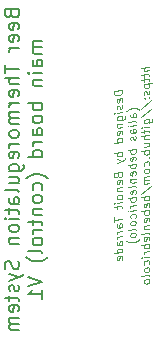
<source format=gbr>
%TF.GenerationSoftware,KiCad,Pcbnew,5.1.10*%
%TF.CreationDate,2021-09-10T11:26:47+02:00*%
%TF.ProjectId,PeltierSwitchingMainBoard_control,50656c74-6965-4725-9377-69746368696e,rev?*%
%TF.SameCoordinates,Original*%
%TF.FileFunction,Legend,Bot*%
%TF.FilePolarity,Positive*%
%FSLAX46Y46*%
G04 Gerber Fmt 4.6, Leading zero omitted, Abs format (unit mm)*
G04 Created by KiCad (PCBNEW 5.1.10) date 2021-09-10 11:26:47*
%MOMM*%
%LPD*%
G01*
G04 APERTURE LIST*
%ADD10C,0.100000*%
%ADD11C,0.170000*%
G04 APERTURE END LIST*
D10*
X78922666Y-52199750D02*
X78222666Y-52287250D01*
X78222666Y-52453916D01*
X78256000Y-52549750D01*
X78322666Y-52608083D01*
X78389333Y-52633083D01*
X78522666Y-52649750D01*
X78622666Y-52637250D01*
X78756000Y-52587250D01*
X78822666Y-52545583D01*
X78889333Y-52470583D01*
X78922666Y-52366416D01*
X78922666Y-52199750D01*
X78889333Y-53170583D02*
X78922666Y-53099750D01*
X78922666Y-52966416D01*
X78889333Y-52903916D01*
X78822666Y-52878916D01*
X78556000Y-52912250D01*
X78489333Y-52953916D01*
X78456000Y-53024750D01*
X78456000Y-53158083D01*
X78489333Y-53220583D01*
X78556000Y-53245583D01*
X78622666Y-53237250D01*
X78689333Y-52895583D01*
X78889333Y-53470583D02*
X78922666Y-53533083D01*
X78922666Y-53666416D01*
X78889333Y-53737250D01*
X78822666Y-53778916D01*
X78789333Y-53783083D01*
X78722666Y-53758083D01*
X78689333Y-53695583D01*
X78689333Y-53595583D01*
X78656000Y-53533083D01*
X78589333Y-53508083D01*
X78556000Y-53512250D01*
X78489333Y-53553916D01*
X78456000Y-53624750D01*
X78456000Y-53724750D01*
X78489333Y-53787250D01*
X78922666Y-54066416D02*
X78456000Y-54124750D01*
X78222666Y-54153916D02*
X78256000Y-54116416D01*
X78289333Y-54145583D01*
X78256000Y-54183083D01*
X78222666Y-54153916D01*
X78289333Y-54145583D01*
X78456000Y-54758083D02*
X79022666Y-54687250D01*
X79089333Y-54645583D01*
X79122666Y-54608083D01*
X79156000Y-54537250D01*
X79156000Y-54437250D01*
X79122666Y-54374750D01*
X78889333Y-54703916D02*
X78922666Y-54633083D01*
X78922666Y-54499750D01*
X78889333Y-54437250D01*
X78856000Y-54408083D01*
X78789333Y-54383083D01*
X78589333Y-54408083D01*
X78522666Y-54449750D01*
X78489333Y-54487250D01*
X78456000Y-54558083D01*
X78456000Y-54691416D01*
X78489333Y-54753916D01*
X78456000Y-55091416D02*
X78922666Y-55033083D01*
X78522666Y-55083083D02*
X78489333Y-55120583D01*
X78456000Y-55191416D01*
X78456000Y-55291416D01*
X78489333Y-55353916D01*
X78556000Y-55378916D01*
X78922666Y-55333083D01*
X78889333Y-55937250D02*
X78922666Y-55866416D01*
X78922666Y-55733083D01*
X78889333Y-55670583D01*
X78822666Y-55645583D01*
X78556000Y-55678916D01*
X78489333Y-55720583D01*
X78456000Y-55791416D01*
X78456000Y-55924750D01*
X78489333Y-55987250D01*
X78556000Y-56012250D01*
X78622666Y-56003916D01*
X78689333Y-55662250D01*
X78922666Y-56566416D02*
X78222666Y-56653916D01*
X78889333Y-56570583D02*
X78922666Y-56499750D01*
X78922666Y-56366416D01*
X78889333Y-56303916D01*
X78856000Y-56274750D01*
X78789333Y-56249750D01*
X78589333Y-56274750D01*
X78522666Y-56316416D01*
X78489333Y-56353916D01*
X78456000Y-56424750D01*
X78456000Y-56558083D01*
X78489333Y-56620583D01*
X78922666Y-57433083D02*
X78222666Y-57520583D01*
X78489333Y-57487250D02*
X78456000Y-57558083D01*
X78456000Y-57691416D01*
X78489333Y-57753916D01*
X78522666Y-57783083D01*
X78589333Y-57808083D01*
X78789333Y-57783083D01*
X78856000Y-57741416D01*
X78889333Y-57703916D01*
X78922666Y-57633083D01*
X78922666Y-57499750D01*
X78889333Y-57437250D01*
X78456000Y-58058083D02*
X78922666Y-58166416D01*
X78456000Y-58391416D02*
X78922666Y-58166416D01*
X79089333Y-58078916D01*
X79122666Y-58041416D01*
X79156000Y-57970583D01*
X78556000Y-59412250D02*
X78589333Y-59508083D01*
X78622666Y-59537250D01*
X78689333Y-59562250D01*
X78789333Y-59549750D01*
X78856000Y-59508083D01*
X78889333Y-59470583D01*
X78922666Y-59399750D01*
X78922666Y-59133083D01*
X78222666Y-59220583D01*
X78222666Y-59453916D01*
X78256000Y-59516416D01*
X78289333Y-59545583D01*
X78356000Y-59570583D01*
X78422666Y-59562250D01*
X78489333Y-59520583D01*
X78522666Y-59483083D01*
X78556000Y-59412250D01*
X78556000Y-59178916D01*
X78889333Y-60103916D02*
X78922666Y-60033083D01*
X78922666Y-59899750D01*
X78889333Y-59837250D01*
X78822666Y-59812250D01*
X78556000Y-59845583D01*
X78489333Y-59887250D01*
X78456000Y-59958083D01*
X78456000Y-60091416D01*
X78489333Y-60153916D01*
X78556000Y-60178916D01*
X78622666Y-60170583D01*
X78689333Y-59828916D01*
X78456000Y-60491416D02*
X78922666Y-60433083D01*
X78522666Y-60483083D02*
X78489333Y-60520583D01*
X78456000Y-60591416D01*
X78456000Y-60691416D01*
X78489333Y-60753916D01*
X78556000Y-60778916D01*
X78922666Y-60733083D01*
X78922666Y-61166416D02*
X78889333Y-61103916D01*
X78856000Y-61074750D01*
X78789333Y-61049750D01*
X78589333Y-61074750D01*
X78522666Y-61116416D01*
X78489333Y-61153916D01*
X78456000Y-61224750D01*
X78456000Y-61324750D01*
X78489333Y-61387250D01*
X78522666Y-61416416D01*
X78589333Y-61441416D01*
X78789333Y-61416416D01*
X78856000Y-61374750D01*
X78889333Y-61337250D01*
X78922666Y-61266416D01*
X78922666Y-61166416D01*
X78922666Y-61699750D02*
X78456000Y-61758083D01*
X78222666Y-61787250D02*
X78256000Y-61749750D01*
X78289333Y-61778916D01*
X78256000Y-61816416D01*
X78222666Y-61787250D01*
X78289333Y-61778916D01*
X78456000Y-61991416D02*
X78456000Y-62258083D01*
X78222666Y-62120583D02*
X78822666Y-62045583D01*
X78889333Y-62070583D01*
X78922666Y-62133083D01*
X78922666Y-62199750D01*
X78222666Y-62953916D02*
X78222666Y-63353916D01*
X78922666Y-63066416D02*
X78222666Y-63153916D01*
X78922666Y-63799750D02*
X78556000Y-63845583D01*
X78489333Y-63820583D01*
X78456000Y-63758083D01*
X78456000Y-63624750D01*
X78489333Y-63553916D01*
X78889333Y-63803916D02*
X78922666Y-63733083D01*
X78922666Y-63566416D01*
X78889333Y-63503916D01*
X78822666Y-63478916D01*
X78756000Y-63487250D01*
X78689333Y-63528916D01*
X78656000Y-63599750D01*
X78656000Y-63766416D01*
X78622666Y-63837250D01*
X78922666Y-64133083D02*
X78456000Y-64191416D01*
X78589333Y-64174750D02*
X78522666Y-64216416D01*
X78489333Y-64253916D01*
X78456000Y-64324750D01*
X78456000Y-64391416D01*
X78922666Y-64566416D02*
X78456000Y-64624750D01*
X78589333Y-64608083D02*
X78522666Y-64649750D01*
X78489333Y-64687250D01*
X78456000Y-64758083D01*
X78456000Y-64824750D01*
X78922666Y-65299750D02*
X78556000Y-65345583D01*
X78489333Y-65320583D01*
X78456000Y-65258083D01*
X78456000Y-65124750D01*
X78489333Y-65053916D01*
X78889333Y-65303916D02*
X78922666Y-65233083D01*
X78922666Y-65066416D01*
X78889333Y-65003916D01*
X78822666Y-64978916D01*
X78756000Y-64987250D01*
X78689333Y-65028916D01*
X78656000Y-65099750D01*
X78656000Y-65266416D01*
X78622666Y-65337250D01*
X78922666Y-65933083D02*
X78222666Y-66020583D01*
X78889333Y-65937250D02*
X78922666Y-65866416D01*
X78922666Y-65733083D01*
X78889333Y-65670583D01*
X78856000Y-65641416D01*
X78789333Y-65616416D01*
X78589333Y-65641416D01*
X78522666Y-65683083D01*
X78489333Y-65720583D01*
X78456000Y-65791416D01*
X78456000Y-65924750D01*
X78489333Y-65987250D01*
X78889333Y-66537250D02*
X78922666Y-66466416D01*
X78922666Y-66333083D01*
X78889333Y-66270583D01*
X78822666Y-66245583D01*
X78556000Y-66278916D01*
X78489333Y-66320583D01*
X78456000Y-66391416D01*
X78456000Y-66524750D01*
X78489333Y-66587250D01*
X78556000Y-66612250D01*
X78622666Y-66603916D01*
X78689333Y-66262250D01*
X80339333Y-53849750D02*
X80306000Y-53820583D01*
X80206000Y-53766416D01*
X80139333Y-53741416D01*
X80039333Y-53720583D01*
X79872666Y-53708083D01*
X79739333Y-53724750D01*
X79572666Y-53778916D01*
X79472666Y-53824750D01*
X79406000Y-53866416D01*
X79306000Y-53945583D01*
X79272666Y-53983083D01*
X80072666Y-54449750D02*
X79706000Y-54495583D01*
X79639333Y-54470583D01*
X79606000Y-54408083D01*
X79606000Y-54274750D01*
X79639333Y-54203916D01*
X80039333Y-54453916D02*
X80072666Y-54383083D01*
X80072666Y-54216416D01*
X80039333Y-54153916D01*
X79972666Y-54128916D01*
X79906000Y-54137250D01*
X79839333Y-54178916D01*
X79806000Y-54249750D01*
X79806000Y-54416416D01*
X79772666Y-54487250D01*
X80072666Y-54883083D02*
X80039333Y-54820583D01*
X79972666Y-54795583D01*
X79372666Y-54870583D01*
X80072666Y-55149750D02*
X79606000Y-55208083D01*
X79372666Y-55237250D02*
X79406000Y-55199750D01*
X79439333Y-55228916D01*
X79406000Y-55266416D01*
X79372666Y-55237250D01*
X79439333Y-55228916D01*
X80072666Y-55783083D02*
X79706000Y-55828916D01*
X79639333Y-55803916D01*
X79606000Y-55741416D01*
X79606000Y-55608083D01*
X79639333Y-55537250D01*
X80039333Y-55787250D02*
X80072666Y-55716416D01*
X80072666Y-55549750D01*
X80039333Y-55487250D01*
X79972666Y-55462250D01*
X79906000Y-55470583D01*
X79839333Y-55512250D01*
X79806000Y-55583083D01*
X79806000Y-55749750D01*
X79772666Y-55820583D01*
X80039333Y-56087250D02*
X80072666Y-56149750D01*
X80072666Y-56283083D01*
X80039333Y-56353916D01*
X79972666Y-56395583D01*
X79939333Y-56399750D01*
X79872666Y-56374750D01*
X79839333Y-56312250D01*
X79839333Y-56212250D01*
X79806000Y-56149750D01*
X79739333Y-56124750D01*
X79706000Y-56128916D01*
X79639333Y-56170583D01*
X79606000Y-56241416D01*
X79606000Y-56341416D01*
X79639333Y-56403916D01*
X80072666Y-57216416D02*
X79372666Y-57303916D01*
X79639333Y-57270583D02*
X79606000Y-57341416D01*
X79606000Y-57474750D01*
X79639333Y-57537250D01*
X79672666Y-57566416D01*
X79739333Y-57591416D01*
X79939333Y-57566416D01*
X80006000Y-57524750D01*
X80039333Y-57487250D01*
X80072666Y-57416416D01*
X80072666Y-57283083D01*
X80039333Y-57220583D01*
X80039333Y-58120583D02*
X80072666Y-58049750D01*
X80072666Y-57916416D01*
X80039333Y-57853916D01*
X79972666Y-57828916D01*
X79706000Y-57862250D01*
X79639333Y-57903916D01*
X79606000Y-57974750D01*
X79606000Y-58108083D01*
X79639333Y-58170583D01*
X79706000Y-58195583D01*
X79772666Y-58187250D01*
X79839333Y-57845583D01*
X80072666Y-58449750D02*
X79372666Y-58537250D01*
X79639333Y-58503916D02*
X79606000Y-58574750D01*
X79606000Y-58708083D01*
X79639333Y-58770583D01*
X79672666Y-58799750D01*
X79739333Y-58824750D01*
X79939333Y-58799750D01*
X80006000Y-58758083D01*
X80039333Y-58720583D01*
X80072666Y-58649750D01*
X80072666Y-58516416D01*
X80039333Y-58453916D01*
X80039333Y-59353916D02*
X80072666Y-59283083D01*
X80072666Y-59149750D01*
X80039333Y-59087250D01*
X79972666Y-59062250D01*
X79706000Y-59095583D01*
X79639333Y-59137250D01*
X79606000Y-59208083D01*
X79606000Y-59341416D01*
X79639333Y-59403916D01*
X79706000Y-59428916D01*
X79772666Y-59420583D01*
X79839333Y-59078916D01*
X79606000Y-59741416D02*
X80072666Y-59683083D01*
X79672666Y-59733083D02*
X79639333Y-59770583D01*
X79606000Y-59841416D01*
X79606000Y-59941416D01*
X79639333Y-60003916D01*
X79706000Y-60028916D01*
X80072666Y-59983083D01*
X80072666Y-60416416D02*
X80039333Y-60353916D01*
X79972666Y-60328916D01*
X79372666Y-60403916D01*
X80039333Y-60953916D02*
X80072666Y-60883083D01*
X80072666Y-60749750D01*
X80039333Y-60687250D01*
X79972666Y-60662250D01*
X79706000Y-60695583D01*
X79639333Y-60737250D01*
X79606000Y-60808083D01*
X79606000Y-60941416D01*
X79639333Y-61003916D01*
X79706000Y-61028916D01*
X79772666Y-61020583D01*
X79839333Y-60678916D01*
X80072666Y-61283083D02*
X79372666Y-61370583D01*
X79639333Y-61337250D02*
X79606000Y-61408083D01*
X79606000Y-61541416D01*
X79639333Y-61603916D01*
X79672666Y-61633083D01*
X79739333Y-61658083D01*
X79939333Y-61633083D01*
X80006000Y-61591416D01*
X80039333Y-61553916D01*
X80072666Y-61483083D01*
X80072666Y-61349750D01*
X80039333Y-61287250D01*
X80072666Y-61916416D02*
X79606000Y-61974750D01*
X79739333Y-61958083D02*
X79672666Y-61999750D01*
X79639333Y-62037250D01*
X79606000Y-62108083D01*
X79606000Y-62174750D01*
X80072666Y-62349750D02*
X79606000Y-62408083D01*
X79372666Y-62437250D02*
X79406000Y-62399750D01*
X79439333Y-62428916D01*
X79406000Y-62466416D01*
X79372666Y-62437250D01*
X79439333Y-62428916D01*
X80039333Y-62987250D02*
X80072666Y-62916416D01*
X80072666Y-62783083D01*
X80039333Y-62720583D01*
X80006000Y-62691416D01*
X79939333Y-62666416D01*
X79739333Y-62691416D01*
X79672666Y-62733083D01*
X79639333Y-62770583D01*
X79606000Y-62841416D01*
X79606000Y-62974750D01*
X79639333Y-63037250D01*
X80072666Y-63383083D02*
X80039333Y-63320583D01*
X80006000Y-63291416D01*
X79939333Y-63266416D01*
X79739333Y-63291416D01*
X79672666Y-63333083D01*
X79639333Y-63370583D01*
X79606000Y-63441416D01*
X79606000Y-63541416D01*
X79639333Y-63603916D01*
X79672666Y-63633083D01*
X79739333Y-63658083D01*
X79939333Y-63633083D01*
X80006000Y-63591416D01*
X80039333Y-63553916D01*
X80072666Y-63483083D01*
X80072666Y-63383083D01*
X80072666Y-64016416D02*
X80039333Y-63953916D01*
X79972666Y-63928916D01*
X79372666Y-64003916D01*
X80072666Y-64383083D02*
X80039333Y-64320583D01*
X80006000Y-64291416D01*
X79939333Y-64266416D01*
X79739333Y-64291416D01*
X79672666Y-64333083D01*
X79639333Y-64370583D01*
X79606000Y-64441416D01*
X79606000Y-64541416D01*
X79639333Y-64603916D01*
X79672666Y-64633083D01*
X79739333Y-64658083D01*
X79939333Y-64633083D01*
X80006000Y-64591416D01*
X80039333Y-64553916D01*
X80072666Y-64483083D01*
X80072666Y-64383083D01*
X80339333Y-64816416D02*
X80306000Y-64853916D01*
X80206000Y-64933083D01*
X80139333Y-64974750D01*
X80039333Y-65020583D01*
X79872666Y-65074750D01*
X79739333Y-65091416D01*
X79572666Y-65078916D01*
X79472666Y-65058083D01*
X79406000Y-65033083D01*
X79306000Y-64978916D01*
X79272666Y-64949750D01*
X81222666Y-50216416D02*
X80522666Y-50303916D01*
X81222666Y-50516416D02*
X80856000Y-50562250D01*
X80789333Y-50537250D01*
X80756000Y-50474750D01*
X80756000Y-50374750D01*
X80789333Y-50303916D01*
X80822666Y-50266416D01*
X80756000Y-50808083D02*
X80756000Y-51074750D01*
X80522666Y-50937250D02*
X81122666Y-50862250D01*
X81189333Y-50887250D01*
X81222666Y-50949750D01*
X81222666Y-51016416D01*
X80756000Y-51208083D02*
X80756000Y-51474750D01*
X80522666Y-51337250D02*
X81122666Y-51262250D01*
X81189333Y-51287250D01*
X81222666Y-51349750D01*
X81222666Y-51416416D01*
X80756000Y-51708083D02*
X81456000Y-51620583D01*
X80789333Y-51703916D02*
X80756000Y-51774750D01*
X80756000Y-51908083D01*
X80789333Y-51970583D01*
X80822666Y-51999750D01*
X80889333Y-52024750D01*
X81089333Y-51999750D01*
X81156000Y-51958083D01*
X81189333Y-51920583D01*
X81222666Y-51849750D01*
X81222666Y-51716416D01*
X81189333Y-51653916D01*
X81189333Y-52253916D02*
X81222666Y-52316416D01*
X81222666Y-52449750D01*
X81189333Y-52520583D01*
X81122666Y-52562250D01*
X81089333Y-52566416D01*
X81022666Y-52541416D01*
X80989333Y-52478916D01*
X80989333Y-52378916D01*
X80956000Y-52316416D01*
X80889333Y-52291416D01*
X80856000Y-52295583D01*
X80789333Y-52337250D01*
X80756000Y-52408083D01*
X80756000Y-52508083D01*
X80789333Y-52570583D01*
X81156000Y-52858083D02*
X81189333Y-52887250D01*
X81222666Y-52849750D01*
X81189333Y-52820583D01*
X81156000Y-52858083D01*
X81222666Y-52849750D01*
X80789333Y-52903916D02*
X80822666Y-52933083D01*
X80856000Y-52895583D01*
X80822666Y-52866416D01*
X80789333Y-52903916D01*
X80856000Y-52895583D01*
X80489333Y-53774750D02*
X81389333Y-53062250D01*
X80489333Y-54508083D02*
X81389333Y-53795583D01*
X80756000Y-55008083D02*
X81322666Y-54937250D01*
X81389333Y-54895583D01*
X81422666Y-54858083D01*
X81456000Y-54787250D01*
X81456000Y-54687250D01*
X81422666Y-54624750D01*
X81189333Y-54953916D02*
X81222666Y-54883083D01*
X81222666Y-54749750D01*
X81189333Y-54687250D01*
X81156000Y-54658083D01*
X81089333Y-54633083D01*
X80889333Y-54658083D01*
X80822666Y-54699750D01*
X80789333Y-54737250D01*
X80756000Y-54808083D01*
X80756000Y-54941416D01*
X80789333Y-55003916D01*
X81222666Y-55283083D02*
X80756000Y-55341416D01*
X80522666Y-55370583D02*
X80556000Y-55333083D01*
X80589333Y-55362250D01*
X80556000Y-55399750D01*
X80522666Y-55370583D01*
X80589333Y-55362250D01*
X80756000Y-55574750D02*
X80756000Y-55841416D01*
X80522666Y-55703916D02*
X81122666Y-55628916D01*
X81189333Y-55653916D01*
X81222666Y-55716416D01*
X81222666Y-55783083D01*
X81222666Y-56016416D02*
X80522666Y-56103916D01*
X81222666Y-56316416D02*
X80856000Y-56362250D01*
X80789333Y-56337250D01*
X80756000Y-56274750D01*
X80756000Y-56174750D01*
X80789333Y-56103916D01*
X80822666Y-56066416D01*
X80756000Y-57008083D02*
X81222666Y-56949750D01*
X80756000Y-56708083D02*
X81122666Y-56662250D01*
X81189333Y-56687250D01*
X81222666Y-56749750D01*
X81222666Y-56849750D01*
X81189333Y-56920583D01*
X81156000Y-56958083D01*
X81222666Y-57283083D02*
X80522666Y-57370583D01*
X80789333Y-57337250D02*
X80756000Y-57408083D01*
X80756000Y-57541416D01*
X80789333Y-57603916D01*
X80822666Y-57633083D01*
X80889333Y-57658083D01*
X81089333Y-57633083D01*
X81156000Y-57591416D01*
X81189333Y-57553916D01*
X81222666Y-57483083D01*
X81222666Y-57349750D01*
X81189333Y-57287250D01*
X81156000Y-57924750D02*
X81189333Y-57953916D01*
X81222666Y-57916416D01*
X81189333Y-57887250D01*
X81156000Y-57924750D01*
X81222666Y-57916416D01*
X81189333Y-58553916D02*
X81222666Y-58483083D01*
X81222666Y-58349750D01*
X81189333Y-58287250D01*
X81156000Y-58258083D01*
X81089333Y-58233083D01*
X80889333Y-58258083D01*
X80822666Y-58299750D01*
X80789333Y-58337250D01*
X80756000Y-58408083D01*
X80756000Y-58541416D01*
X80789333Y-58603916D01*
X81222666Y-58949750D02*
X81189333Y-58887250D01*
X81156000Y-58858083D01*
X81089333Y-58833083D01*
X80889333Y-58858083D01*
X80822666Y-58899750D01*
X80789333Y-58937250D01*
X80756000Y-59008083D01*
X80756000Y-59108083D01*
X80789333Y-59170583D01*
X80822666Y-59199750D01*
X80889333Y-59224750D01*
X81089333Y-59199750D01*
X81156000Y-59158083D01*
X81189333Y-59120583D01*
X81222666Y-59049750D01*
X81222666Y-58949750D01*
X81222666Y-59483083D02*
X80756000Y-59541416D01*
X80822666Y-59533083D02*
X80789333Y-59570583D01*
X80756000Y-59641416D01*
X80756000Y-59741416D01*
X80789333Y-59803916D01*
X80856000Y-59828916D01*
X81222666Y-59783083D01*
X80856000Y-59828916D02*
X80789333Y-59870583D01*
X80756000Y-59941416D01*
X80756000Y-60041416D01*
X80789333Y-60103916D01*
X80856000Y-60128916D01*
X81222666Y-60083083D01*
X80489333Y-61008083D02*
X81389333Y-60295583D01*
X81222666Y-61149750D02*
X80522666Y-61237250D01*
X80789333Y-61203916D02*
X80756000Y-61274750D01*
X80756000Y-61408083D01*
X80789333Y-61470583D01*
X80822666Y-61499750D01*
X80889333Y-61524750D01*
X81089333Y-61499750D01*
X81156000Y-61458083D01*
X81189333Y-61420583D01*
X81222666Y-61349750D01*
X81222666Y-61216416D01*
X81189333Y-61153916D01*
X81189333Y-62053916D02*
X81222666Y-61983083D01*
X81222666Y-61849750D01*
X81189333Y-61787250D01*
X81122666Y-61762250D01*
X80856000Y-61795583D01*
X80789333Y-61837250D01*
X80756000Y-61908083D01*
X80756000Y-62041416D01*
X80789333Y-62103916D01*
X80856000Y-62128916D01*
X80922666Y-62120583D01*
X80989333Y-61778916D01*
X81222666Y-62383083D02*
X80522666Y-62470583D01*
X80789333Y-62437250D02*
X80756000Y-62508083D01*
X80756000Y-62641416D01*
X80789333Y-62703916D01*
X80822666Y-62733083D01*
X80889333Y-62758083D01*
X81089333Y-62733083D01*
X81156000Y-62691416D01*
X81189333Y-62653916D01*
X81222666Y-62583083D01*
X81222666Y-62449750D01*
X81189333Y-62387250D01*
X81189333Y-63287250D02*
X81222666Y-63216416D01*
X81222666Y-63083083D01*
X81189333Y-63020583D01*
X81122666Y-62995583D01*
X80856000Y-63028916D01*
X80789333Y-63070583D01*
X80756000Y-63141416D01*
X80756000Y-63274750D01*
X80789333Y-63337250D01*
X80856000Y-63362250D01*
X80922666Y-63353916D01*
X80989333Y-63012250D01*
X80756000Y-63674750D02*
X81222666Y-63616416D01*
X80822666Y-63666416D02*
X80789333Y-63703916D01*
X80756000Y-63774750D01*
X80756000Y-63874750D01*
X80789333Y-63937250D01*
X80856000Y-63962250D01*
X81222666Y-63916416D01*
X81222666Y-64349750D02*
X81189333Y-64287250D01*
X81122666Y-64262250D01*
X80522666Y-64337250D01*
X81189333Y-64887250D02*
X81222666Y-64816416D01*
X81222666Y-64683083D01*
X81189333Y-64620583D01*
X81122666Y-64595583D01*
X80856000Y-64628916D01*
X80789333Y-64670583D01*
X80756000Y-64741416D01*
X80756000Y-64874750D01*
X80789333Y-64937250D01*
X80856000Y-64962250D01*
X80922666Y-64953916D01*
X80989333Y-64612250D01*
X81222666Y-65216416D02*
X80522666Y-65303916D01*
X80789333Y-65270583D02*
X80756000Y-65341416D01*
X80756000Y-65474750D01*
X80789333Y-65537250D01*
X80822666Y-65566416D01*
X80889333Y-65591416D01*
X81089333Y-65566416D01*
X81156000Y-65524750D01*
X81189333Y-65487250D01*
X81222666Y-65416416D01*
X81222666Y-65283083D01*
X81189333Y-65220583D01*
X81222666Y-65849750D02*
X80756000Y-65908083D01*
X80889333Y-65891416D02*
X80822666Y-65933083D01*
X80789333Y-65970583D01*
X80756000Y-66041416D01*
X80756000Y-66108083D01*
X81222666Y-66283083D02*
X80756000Y-66341416D01*
X80522666Y-66370583D02*
X80556000Y-66333083D01*
X80589333Y-66362250D01*
X80556000Y-66399750D01*
X80522666Y-66370583D01*
X80589333Y-66362250D01*
X81189333Y-66920583D02*
X81222666Y-66849750D01*
X81222666Y-66716416D01*
X81189333Y-66653916D01*
X81156000Y-66624750D01*
X81089333Y-66599750D01*
X80889333Y-66624750D01*
X80822666Y-66666416D01*
X80789333Y-66703916D01*
X80756000Y-66774750D01*
X80756000Y-66908083D01*
X80789333Y-66970583D01*
X81222666Y-67316416D02*
X81189333Y-67253916D01*
X81156000Y-67224750D01*
X81089333Y-67199750D01*
X80889333Y-67224750D01*
X80822666Y-67266416D01*
X80789333Y-67303916D01*
X80756000Y-67374750D01*
X80756000Y-67474750D01*
X80789333Y-67537250D01*
X80822666Y-67566416D01*
X80889333Y-67591416D01*
X81089333Y-67566416D01*
X81156000Y-67524750D01*
X81189333Y-67487250D01*
X81222666Y-67416416D01*
X81222666Y-67316416D01*
X81222666Y-67949750D02*
X81189333Y-67887250D01*
X81122666Y-67862250D01*
X80522666Y-67937250D01*
X81222666Y-68316416D02*
X81189333Y-68253916D01*
X81156000Y-68224750D01*
X81089333Y-68199750D01*
X80889333Y-68224750D01*
X80822666Y-68266416D01*
X80789333Y-68303916D01*
X80756000Y-68374750D01*
X80756000Y-68474750D01*
X80789333Y-68537250D01*
X80822666Y-68566416D01*
X80889333Y-68591416D01*
X81089333Y-68566416D01*
X81156000Y-68524750D01*
X81189333Y-68487250D01*
X81222666Y-68416416D01*
X81222666Y-68316416D01*
D11*
X69541285Y-45756571D02*
X69598428Y-45928000D01*
X69655571Y-45985142D01*
X69769857Y-46042285D01*
X69941285Y-46042285D01*
X70055571Y-45985142D01*
X70112714Y-45928000D01*
X70169857Y-45813714D01*
X70169857Y-45356571D01*
X68969857Y-45356571D01*
X68969857Y-45756571D01*
X69027000Y-45870857D01*
X69084142Y-45928000D01*
X69198428Y-45985142D01*
X69312714Y-45985142D01*
X69427000Y-45928000D01*
X69484142Y-45870857D01*
X69541285Y-45756571D01*
X69541285Y-45356571D01*
X70112714Y-47013714D02*
X70169857Y-46899428D01*
X70169857Y-46670857D01*
X70112714Y-46556571D01*
X69998428Y-46499428D01*
X69541285Y-46499428D01*
X69427000Y-46556571D01*
X69369857Y-46670857D01*
X69369857Y-46899428D01*
X69427000Y-47013714D01*
X69541285Y-47070857D01*
X69655571Y-47070857D01*
X69769857Y-46499428D01*
X70112714Y-48042285D02*
X70169857Y-47928000D01*
X70169857Y-47699428D01*
X70112714Y-47585142D01*
X69998428Y-47528000D01*
X69541285Y-47528000D01*
X69427000Y-47585142D01*
X69369857Y-47699428D01*
X69369857Y-47928000D01*
X69427000Y-48042285D01*
X69541285Y-48099428D01*
X69655571Y-48099428D01*
X69769857Y-47528000D01*
X70169857Y-48613714D02*
X69369857Y-48613714D01*
X69598428Y-48613714D02*
X69484142Y-48670857D01*
X69427000Y-48728000D01*
X69369857Y-48842285D01*
X69369857Y-48956571D01*
X68969857Y-50099428D02*
X68969857Y-50785142D01*
X70169857Y-50442285D02*
X68969857Y-50442285D01*
X70169857Y-51185142D02*
X68969857Y-51185142D01*
X70169857Y-51699428D02*
X69541285Y-51699428D01*
X69427000Y-51642285D01*
X69369857Y-51528000D01*
X69369857Y-51356571D01*
X69427000Y-51242285D01*
X69484142Y-51185142D01*
X70112714Y-52728000D02*
X70169857Y-52613714D01*
X70169857Y-52385142D01*
X70112714Y-52270857D01*
X69998428Y-52213714D01*
X69541285Y-52213714D01*
X69427000Y-52270857D01*
X69369857Y-52385142D01*
X69369857Y-52613714D01*
X69427000Y-52728000D01*
X69541285Y-52785142D01*
X69655571Y-52785142D01*
X69769857Y-52213714D01*
X70169857Y-53299428D02*
X69369857Y-53299428D01*
X69598428Y-53299428D02*
X69484142Y-53356571D01*
X69427000Y-53413714D01*
X69369857Y-53528000D01*
X69369857Y-53642285D01*
X70169857Y-54042285D02*
X69369857Y-54042285D01*
X69484142Y-54042285D02*
X69427000Y-54099428D01*
X69369857Y-54213714D01*
X69369857Y-54385142D01*
X69427000Y-54499428D01*
X69541285Y-54556571D01*
X70169857Y-54556571D01*
X69541285Y-54556571D02*
X69427000Y-54613714D01*
X69369857Y-54728000D01*
X69369857Y-54899428D01*
X69427000Y-55013714D01*
X69541285Y-55070857D01*
X70169857Y-55070857D01*
X70169857Y-55813714D02*
X70112714Y-55699428D01*
X70055571Y-55642285D01*
X69941285Y-55585142D01*
X69598428Y-55585142D01*
X69484142Y-55642285D01*
X69427000Y-55699428D01*
X69369857Y-55813714D01*
X69369857Y-55985142D01*
X69427000Y-56099428D01*
X69484142Y-56156571D01*
X69598428Y-56213714D01*
X69941285Y-56213714D01*
X70055571Y-56156571D01*
X70112714Y-56099428D01*
X70169857Y-55985142D01*
X70169857Y-55813714D01*
X70169857Y-56728000D02*
X69369857Y-56728000D01*
X69598428Y-56728000D02*
X69484142Y-56785142D01*
X69427000Y-56842285D01*
X69369857Y-56956571D01*
X69369857Y-57070857D01*
X70112714Y-57928000D02*
X70169857Y-57813714D01*
X70169857Y-57585142D01*
X70112714Y-57470857D01*
X69998428Y-57413714D01*
X69541285Y-57413714D01*
X69427000Y-57470857D01*
X69369857Y-57585142D01*
X69369857Y-57813714D01*
X69427000Y-57928000D01*
X69541285Y-57985142D01*
X69655571Y-57985142D01*
X69769857Y-57413714D01*
X69369857Y-59013714D02*
X70341285Y-59013714D01*
X70455571Y-58956571D01*
X70512714Y-58899428D01*
X70569857Y-58785142D01*
X70569857Y-58613714D01*
X70512714Y-58499428D01*
X70112714Y-59013714D02*
X70169857Y-58899428D01*
X70169857Y-58670857D01*
X70112714Y-58556571D01*
X70055571Y-58499428D01*
X69941285Y-58442285D01*
X69598428Y-58442285D01*
X69484142Y-58499428D01*
X69427000Y-58556571D01*
X69369857Y-58670857D01*
X69369857Y-58899428D01*
X69427000Y-59013714D01*
X69369857Y-60099428D02*
X70169857Y-60099428D01*
X69369857Y-59585142D02*
X69998428Y-59585142D01*
X70112714Y-59642285D01*
X70169857Y-59756571D01*
X70169857Y-59928000D01*
X70112714Y-60042285D01*
X70055571Y-60099428D01*
X70169857Y-60842285D02*
X70112714Y-60728000D01*
X69998428Y-60670857D01*
X68969857Y-60670857D01*
X70169857Y-61813714D02*
X69541285Y-61813714D01*
X69427000Y-61756571D01*
X69369857Y-61642285D01*
X69369857Y-61413714D01*
X69427000Y-61299428D01*
X70112714Y-61813714D02*
X70169857Y-61699428D01*
X70169857Y-61413714D01*
X70112714Y-61299428D01*
X69998428Y-61242285D01*
X69884142Y-61242285D01*
X69769857Y-61299428D01*
X69712714Y-61413714D01*
X69712714Y-61699428D01*
X69655571Y-61813714D01*
X69369857Y-62213714D02*
X69369857Y-62670857D01*
X68969857Y-62385142D02*
X69998428Y-62385142D01*
X70112714Y-62442285D01*
X70169857Y-62556571D01*
X70169857Y-62670857D01*
X70169857Y-63070857D02*
X69369857Y-63070857D01*
X68969857Y-63070857D02*
X69027000Y-63013714D01*
X69084142Y-63070857D01*
X69027000Y-63128000D01*
X68969857Y-63070857D01*
X69084142Y-63070857D01*
X70169857Y-63813714D02*
X70112714Y-63699428D01*
X70055571Y-63642285D01*
X69941285Y-63585142D01*
X69598428Y-63585142D01*
X69484142Y-63642285D01*
X69427000Y-63699428D01*
X69369857Y-63813714D01*
X69369857Y-63985142D01*
X69427000Y-64099428D01*
X69484142Y-64156571D01*
X69598428Y-64213714D01*
X69941285Y-64213714D01*
X70055571Y-64156571D01*
X70112714Y-64099428D01*
X70169857Y-63985142D01*
X70169857Y-63813714D01*
X69369857Y-64728000D02*
X70169857Y-64728000D01*
X69484142Y-64728000D02*
X69427000Y-64785142D01*
X69369857Y-64899428D01*
X69369857Y-65070857D01*
X69427000Y-65185142D01*
X69541285Y-65242285D01*
X70169857Y-65242285D01*
X70112714Y-66670857D02*
X70169857Y-66842285D01*
X70169857Y-67128000D01*
X70112714Y-67242285D01*
X70055571Y-67299428D01*
X69941285Y-67356571D01*
X69827000Y-67356571D01*
X69712714Y-67299428D01*
X69655571Y-67242285D01*
X69598428Y-67128000D01*
X69541285Y-66899428D01*
X69484142Y-66785142D01*
X69427000Y-66728000D01*
X69312714Y-66670857D01*
X69198428Y-66670857D01*
X69084142Y-66728000D01*
X69027000Y-66785142D01*
X68969857Y-66899428D01*
X68969857Y-67185142D01*
X69027000Y-67356571D01*
X69369857Y-67756571D02*
X70169857Y-68042285D01*
X69369857Y-68328000D02*
X70169857Y-68042285D01*
X70455571Y-67928000D01*
X70512714Y-67870857D01*
X70569857Y-67756571D01*
X70112714Y-68728000D02*
X70169857Y-68842285D01*
X70169857Y-69070857D01*
X70112714Y-69185142D01*
X69998428Y-69242285D01*
X69941285Y-69242285D01*
X69827000Y-69185142D01*
X69769857Y-69070857D01*
X69769857Y-68899428D01*
X69712714Y-68785142D01*
X69598428Y-68728000D01*
X69541285Y-68728000D01*
X69427000Y-68785142D01*
X69369857Y-68899428D01*
X69369857Y-69070857D01*
X69427000Y-69185142D01*
X69369857Y-69585142D02*
X69369857Y-70042285D01*
X68969857Y-69756571D02*
X69998428Y-69756571D01*
X70112714Y-69813714D01*
X70169857Y-69928000D01*
X70169857Y-70042285D01*
X70112714Y-70899428D02*
X70169857Y-70785142D01*
X70169857Y-70556571D01*
X70112714Y-70442285D01*
X69998428Y-70385142D01*
X69541285Y-70385142D01*
X69427000Y-70442285D01*
X69369857Y-70556571D01*
X69369857Y-70785142D01*
X69427000Y-70899428D01*
X69541285Y-70956571D01*
X69655571Y-70956571D01*
X69769857Y-70385142D01*
X70169857Y-71470857D02*
X69369857Y-71470857D01*
X69484142Y-71470857D02*
X69427000Y-71528000D01*
X69369857Y-71642285D01*
X69369857Y-71813714D01*
X69427000Y-71928000D01*
X69541285Y-71985142D01*
X70169857Y-71985142D01*
X69541285Y-71985142D02*
X69427000Y-72042285D01*
X69369857Y-72156571D01*
X69369857Y-72328000D01*
X69427000Y-72442285D01*
X69541285Y-72499428D01*
X70169857Y-72499428D01*
X72139857Y-48070857D02*
X71339857Y-48070857D01*
X71454142Y-48070857D02*
X71397000Y-48128000D01*
X71339857Y-48242285D01*
X71339857Y-48413714D01*
X71397000Y-48528000D01*
X71511285Y-48585142D01*
X72139857Y-48585142D01*
X71511285Y-48585142D02*
X71397000Y-48642285D01*
X71339857Y-48756571D01*
X71339857Y-48928000D01*
X71397000Y-49042285D01*
X71511285Y-49099428D01*
X72139857Y-49099428D01*
X72139857Y-50185142D02*
X71511285Y-50185142D01*
X71397000Y-50128000D01*
X71339857Y-50013714D01*
X71339857Y-49785142D01*
X71397000Y-49670857D01*
X72082714Y-50185142D02*
X72139857Y-50070857D01*
X72139857Y-49785142D01*
X72082714Y-49670857D01*
X71968428Y-49613714D01*
X71854142Y-49613714D01*
X71739857Y-49670857D01*
X71682714Y-49785142D01*
X71682714Y-50070857D01*
X71625571Y-50185142D01*
X72139857Y-50756571D02*
X71339857Y-50756571D01*
X70939857Y-50756571D02*
X70997000Y-50699428D01*
X71054142Y-50756571D01*
X70997000Y-50813714D01*
X70939857Y-50756571D01*
X71054142Y-50756571D01*
X71339857Y-51328000D02*
X72139857Y-51328000D01*
X71454142Y-51328000D02*
X71397000Y-51385142D01*
X71339857Y-51499428D01*
X71339857Y-51670857D01*
X71397000Y-51785142D01*
X71511285Y-51842285D01*
X72139857Y-51842285D01*
X72139857Y-53328000D02*
X70939857Y-53328000D01*
X71397000Y-53328000D02*
X71339857Y-53442285D01*
X71339857Y-53670857D01*
X71397000Y-53785142D01*
X71454142Y-53842285D01*
X71568428Y-53899428D01*
X71911285Y-53899428D01*
X72025571Y-53842285D01*
X72082714Y-53785142D01*
X72139857Y-53670857D01*
X72139857Y-53442285D01*
X72082714Y-53328000D01*
X72139857Y-54585142D02*
X72082714Y-54470857D01*
X72025571Y-54413714D01*
X71911285Y-54356571D01*
X71568428Y-54356571D01*
X71454142Y-54413714D01*
X71397000Y-54470857D01*
X71339857Y-54585142D01*
X71339857Y-54756571D01*
X71397000Y-54870857D01*
X71454142Y-54928000D01*
X71568428Y-54985142D01*
X71911285Y-54985142D01*
X72025571Y-54928000D01*
X72082714Y-54870857D01*
X72139857Y-54756571D01*
X72139857Y-54585142D01*
X72139857Y-56013714D02*
X71511285Y-56013714D01*
X71397000Y-55956571D01*
X71339857Y-55842285D01*
X71339857Y-55613714D01*
X71397000Y-55499428D01*
X72082714Y-56013714D02*
X72139857Y-55899428D01*
X72139857Y-55613714D01*
X72082714Y-55499428D01*
X71968428Y-55442285D01*
X71854142Y-55442285D01*
X71739857Y-55499428D01*
X71682714Y-55613714D01*
X71682714Y-55899428D01*
X71625571Y-56013714D01*
X72139857Y-56585142D02*
X71339857Y-56585142D01*
X71568428Y-56585142D02*
X71454142Y-56642285D01*
X71397000Y-56699428D01*
X71339857Y-56813714D01*
X71339857Y-56928000D01*
X72139857Y-57842285D02*
X70939857Y-57842285D01*
X72082714Y-57842285D02*
X72139857Y-57728000D01*
X72139857Y-57499428D01*
X72082714Y-57385142D01*
X72025571Y-57328000D01*
X71911285Y-57270857D01*
X71568428Y-57270857D01*
X71454142Y-57328000D01*
X71397000Y-57385142D01*
X71339857Y-57499428D01*
X71339857Y-57728000D01*
X71397000Y-57842285D01*
X72597000Y-59670857D02*
X72539857Y-59613714D01*
X72368428Y-59499428D01*
X72254142Y-59442285D01*
X72082714Y-59385142D01*
X71797000Y-59328000D01*
X71568428Y-59328000D01*
X71282714Y-59385142D01*
X71111285Y-59442285D01*
X70997000Y-59499428D01*
X70825571Y-59613714D01*
X70768428Y-59670857D01*
X72082714Y-60642285D02*
X72139857Y-60528000D01*
X72139857Y-60299428D01*
X72082714Y-60185142D01*
X72025571Y-60128000D01*
X71911285Y-60070857D01*
X71568428Y-60070857D01*
X71454142Y-60128000D01*
X71397000Y-60185142D01*
X71339857Y-60299428D01*
X71339857Y-60528000D01*
X71397000Y-60642285D01*
X72139857Y-61328000D02*
X72082714Y-61213714D01*
X72025571Y-61156571D01*
X71911285Y-61099428D01*
X71568428Y-61099428D01*
X71454142Y-61156571D01*
X71397000Y-61213714D01*
X71339857Y-61328000D01*
X71339857Y-61499428D01*
X71397000Y-61613714D01*
X71454142Y-61670857D01*
X71568428Y-61728000D01*
X71911285Y-61728000D01*
X72025571Y-61670857D01*
X72082714Y-61613714D01*
X72139857Y-61499428D01*
X72139857Y-61328000D01*
X71339857Y-62242285D02*
X72139857Y-62242285D01*
X71454142Y-62242285D02*
X71397000Y-62299428D01*
X71339857Y-62413714D01*
X71339857Y-62585142D01*
X71397000Y-62699428D01*
X71511285Y-62756571D01*
X72139857Y-62756571D01*
X71339857Y-63156571D02*
X71339857Y-63613714D01*
X70939857Y-63328000D02*
X71968428Y-63328000D01*
X72082714Y-63385142D01*
X72139857Y-63499428D01*
X72139857Y-63613714D01*
X72139857Y-64013714D02*
X71339857Y-64013714D01*
X71568428Y-64013714D02*
X71454142Y-64070857D01*
X71397000Y-64128000D01*
X71339857Y-64242285D01*
X71339857Y-64356571D01*
X72139857Y-64928000D02*
X72082714Y-64813714D01*
X72025571Y-64756571D01*
X71911285Y-64699428D01*
X71568428Y-64699428D01*
X71454142Y-64756571D01*
X71397000Y-64813714D01*
X71339857Y-64928000D01*
X71339857Y-65099428D01*
X71397000Y-65213714D01*
X71454142Y-65270857D01*
X71568428Y-65328000D01*
X71911285Y-65328000D01*
X72025571Y-65270857D01*
X72082714Y-65213714D01*
X72139857Y-65099428D01*
X72139857Y-64928000D01*
X72139857Y-66013714D02*
X72082714Y-65899428D01*
X71968428Y-65842285D01*
X70939857Y-65842285D01*
X72597000Y-66356571D02*
X72539857Y-66413714D01*
X72368428Y-66528000D01*
X72254142Y-66585142D01*
X72082714Y-66642285D01*
X71797000Y-66699428D01*
X71568428Y-66699428D01*
X71282714Y-66642285D01*
X71111285Y-66585142D01*
X70997000Y-66528000D01*
X70825571Y-66413714D01*
X70768428Y-66356571D01*
X70939857Y-68013714D02*
X72139857Y-68413714D01*
X70939857Y-68813714D01*
X72139857Y-69842285D02*
X72139857Y-69156571D01*
X72139857Y-69499428D02*
X70939857Y-69499428D01*
X71111285Y-69385142D01*
X71225571Y-69270857D01*
X71282714Y-69156571D01*
M02*

</source>
